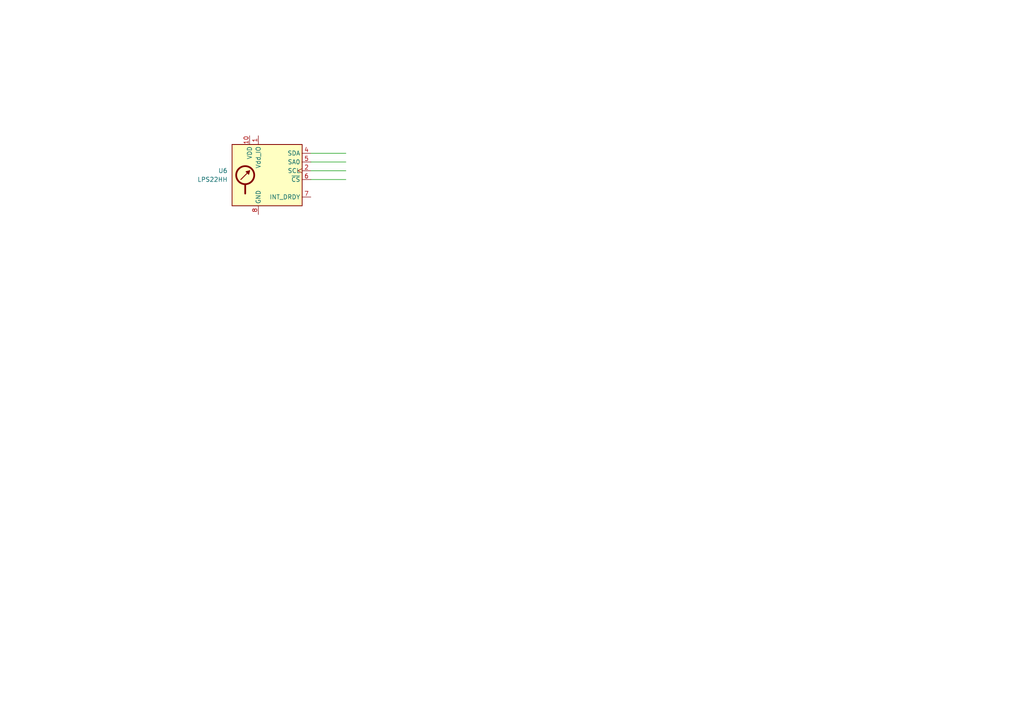
<source format=kicad_sch>
(kicad_sch (version 20250114) (generator "eeschema") (generator_version "9.0")
  (paper "A4")
  (lib_symbols
    (symbol "Sensor_Pressure:LPS22HH"
      (property "Reference" "U" (at -11.43 1.27 0))
      (property "Value" "LPS22HH" (at -11.43 -1.27 0))
      (symbol "LPS22HH_0_1"
        (rectangle (start -10.16 10.16) (end 10.16 -7.62) (stroke (width 0.254)) (fill (type background)))
        (polyline (pts (xy -7.62 0) (xy -5.08 2.54)) (stroke (width 0.254)))
        (circle (center -6.35 1.27) (radius 2.6162) (stroke (width 0.508)))
        (polyline (pts (xy -6.35 -1.524) (xy -6.35 -4.064)) (stroke (width 0.508)))
        (polyline (pts (xy -5.08 2.54) (xy -5.334 1.524) (xy -6.096 2.286) (xy -5.08 2.54)) (stroke (width 0.254)) (fill (type outline)))
      )
      (symbol "LPS22HH_1_1"
        (pin power_in line (at -5.08 12.7 270) (length 2.54) (name "VDD") (number "10"))
        (pin power_in line (at -2.54 12.7 270) (length 2.54) (name "Vdd_IO") (number "1"))
        (pin passive line (at -2.54 -10.16 90) (length 2.54) (hide yes) (name "GND") (number "3"))
        (pin power_in line (at -2.54 -10.16 90) (length 2.54) (name "GND") (number "8"))
        (pin passive line (at -2.54 -10.16 90) (length 2.54) (hide yes) (name "GND") (number "9"))
        (pin bidirectional line (at 12.7 7.62 180) (length 2.54) (name "SDA") (number "4"))
        (pin input line (at 12.7 5.08 180) (length 2.54) (name "SA0") (number "5"))
        (pin input clock (at 12.7 2.54 180) (length 2.54) (name "SCL") (number "2"))
        (pin input line (at 12.7 0 180) (length 2.54) (name "~{CS}") (number "6"))
        (pin output line (at 12.7 -5.08 180) (length 2.54) (name "INT_DRDY") (number "7"))
      )
    )
  )
  (wire (pts (xy 90.17 52.07) (xy 100.33 52.07)))
  (wire (pts (xy 90.17 44.45) (xy 100.33 44.45)))
  (wire (pts (xy 90.17 49.53) (xy 100.33 49.53)))
  (wire (pts (xy 90.17 46.99) (xy 100.33 46.99)))
  (symbol (lib_id "Sensor_Pressure:LPS22HH") (at 77.47 52.07 0) (unit 1)
    (property "Reference" "U6" (at 66.04 49.5299 0) (effects (justify right)))
    (property "Value" "LPS22HH" (at 66.04 52.0699 0) (effects (justify right)))
    (property "Footprint" "Package_LGA:ST_HLGA-10_2x2mm_P0.5mm_LayoutBorder3x2y" (effects (hide yes)))
    (property "Datasheet" "https://www.st.com/resource/en/datasheet/lps22hh.pdf" (effects (hide yes)))
    (property "Description" "MEMS nano pressure sensor, 260-1260 hPa, absolute digital output baromeeter, 24 bit, SPI, I2C, I3C, 0.65 Pa noise rms, ST_HLGA-10L" (effects (hide yes)))
  )
)
</source>
